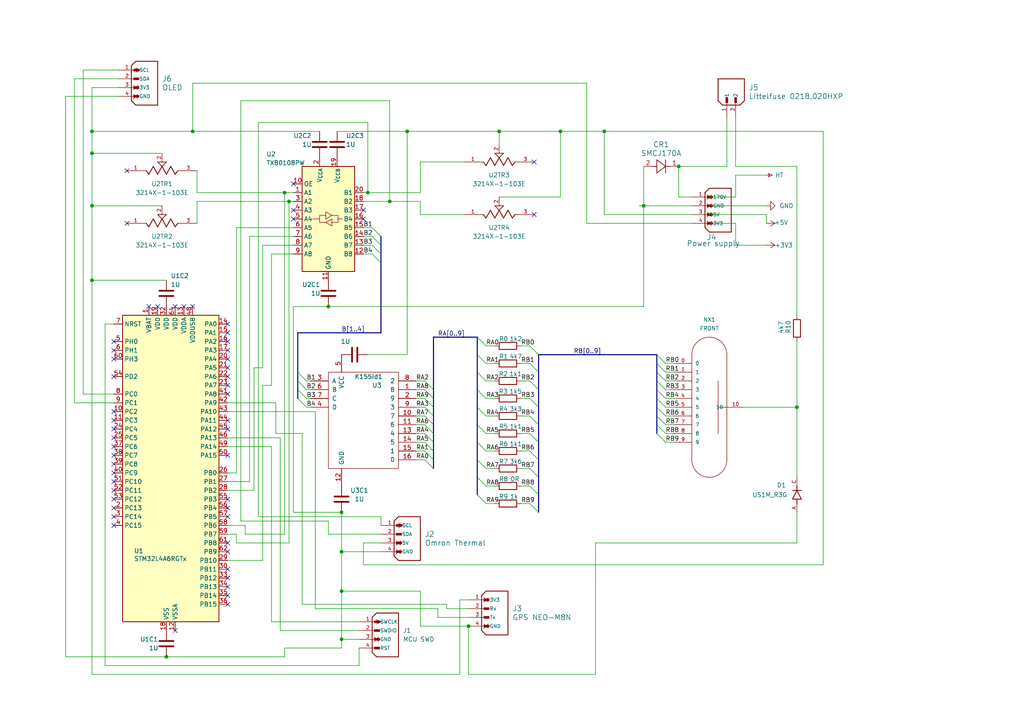
<source format=kicad_sch>
(kicad_sch (version 20250114) (generator "eeschema") (generator_version "9.0")
  (paper "A4")
  (lib_symbols
    (symbol "2024-09-16_13-42-23:SMCJ170A" (pin_names (offset 0.254))
      (property "Reference" "CR" (at 5.08 4.445 0))
      (property "Value" "SMCJ170A" (at 5.08 -3.81 0))
      (symbol "SMCJ170A_1_1"
        (pin unspecified line (at 0 0 0) (length 2.54) (name "") (number "2"))
        (pin unspecified line (at 10.16 0 180) (length 2.54) (name "") (number "1"))
      )
      (symbol "SMCJ170A_1_2"
        (pin unspecified line (at 0 10.16 270) (length 2.54) (name "") (number "1"))
        (pin unspecified line (at 0 0 90) (length 2.54) (name "") (number "2"))
      )
    )
    (symbol "3214X-1-103E:3214X-1-103E" (pin_names (offset 1.016))
      (property "Reference" "R" (at -5.08 8.89 0))
      (property "Value" "3214X-1-103E" (at -5.08 -3.81 0))
      (symbol "3214X-1-103E_0_0"
        (pin passive line (at -10.16 0 0) (length 5.08) (name "~") (number "1"))
        (pin passive line (at 0 5.08 270) (length 2.54) (name "~") (number "2"))
        (pin passive line (at 10.16 0 180) (length 5.08) (name "~") (number "3"))
      )
    )
    (symbol "B2B-XH-A:B2B-XH-A" (pin_names (offset 1.016))
      (property "Reference" "J5" (at 1.2701 -3.81 90))
      (property "Value" "Littelfuse 0218.020HXP" (at -1.2699 -3.81 90))
      (symbol "B2B-XH-A_0_0"
        (pin passive line (at -7.62 2.54 0) (length 5.08) (name "1") (number "1"))
        (pin passive line (at -7.62 0 0) (length 5.08) (name "2") (number "2"))
      )
    )
    (symbol "B4B-XH-A:B4B-XH-A" (pin_names (offset 1.016))
      (property "Reference" "J4" (at -3.302 -9.144 0))
      (property "Value" "Power supply" (at -9.144 -10.922 0))
      (symbol "B4B-XH-A_1_0"
        (pin power_in non_logic (at -7.62 2.54 0) (length 5.08) (name "170V") (number "1"))
        (pin power_in non_logic (at -7.62 0 0) (length 5.08) (name "GND") (number "2"))
        (pin power_in non_logic (at -7.62 -2.54 0) (length 5.08) (name "5V") (number "3"))
        (pin power_in non_logic (at -7.62 -5.08 0) (length 5.08) (name "3V3") (number "4"))
      )
    )
    (symbol "B4B-XH-A_1" (pin_names (offset 1.016))
      (property "Reference" "J3" (at 5.08 0.0001 0))
      (property "Value" "GPS NEO-M8N" (at 5.08 -2.5399 0))
      (symbol "B4B-XH-A_1_1_0"
        (pin power_out non_logic (at -7.62 2.54 0) (length 5.08) (name "3V3") (number "1"))
        (pin input line (at -7.62 0 0) (length 5.08) (name "Rx") (number "2"))
        (pin output line (at -7.62 -2.54 0) (length 5.08) (name "Tx") (number "3"))
        (pin power_out non_logic (at -7.62 -5.08 0) (length 5.08) (name "GND") (number "4"))
      )
    )
    (symbol "B4B-XH-A_2" (pin_names (offset 1.016))
      (property "Reference" "J2" (at 5.08 0.0001 0))
      (property "Value" "Omron Thermal" (at 5.08 -2.5399 0))
      (symbol "B4B-XH-A_2_1_0"
        (pin output clock (at -7.62 2.54 0) (length 5.08) (name "SCL") (number "1"))
        (pin bidirectional line (at -7.62 0 0) (length 5.08) (name "SDA") (number "2"))
        (pin power_out non_logic (at -7.62 -2.54 0) (length 5.08) (name "5V") (number "3"))
        (pin power_out non_logic (at -7.62 -5.08 0) (length 5.08) (name "GND") (number "4"))
      )
    )
    (symbol "B4B-XH-A_3" (pin_names (offset 1.016))
      (property "Reference" "J1" (at 5.08 0.0001 0))
      (property "Value" "MCU SWD" (at 5.08 -2.5399 0))
      (symbol "B4B-XH-A_3_1_0"
        (pin output clock (at -7.62 2.54 0) (length 5.08) (name "SWCLK") (number "1"))
        (pin bidirectional line (at -7.62 0 0) (length 5.08) (name "SWDIO") (number "2"))
        (pin power_out non_logic (at -7.62 -2.54 0) (length 5.08) (name "GND") (number "3"))
        (pin input line (at -7.62 -5.08 0) (length 5.08) (name "RST") (number "4"))
      )
    )
    (symbol "B4B-XH-A_4" (pin_names (offset 1.016))
      (property "Reference" "J6" (at 5.08 0.0001 0))
      (property "Value" "OLED" (at 5.08 -2.5399 0))
      (symbol "B4B-XH-A_4_1_0"
        (pin output clock (at -7.62 2.54 0) (length 5.08) (name "SCL") (number "1"))
        (pin bidirectional line (at -7.62 0 0) (length 5.08) (name "SDA") (number "2"))
        (pin power_out non_logic (at -7.62 -2.54 0) (length 5.08) (name "3V3") (number "3"))
        (pin power_out non_logic (at -7.62 -5.08 0) (length 5.08) (name "GND") (number "4"))
      )
    )
    (symbol "CustomComponents:K155NA1" (pin_names (offset 1.016))
      (property "Reference" "U" (at 3.81 15.24 0))
      (property "Value" "K155NA1" (at 0 -15.24 0))
      (symbol "K155NA1_1_1"
        (pin input line (at -15.24 11.43 0) (length 5.08) (name "A") (number "3"))
        (pin input line (at -15.24 8.89 0) (length 5.08) (name "B") (number "6"))
        (pin input line (at -15.24 6.35 0) (length 5.08) (name "C") (number "7"))
        (pin input line (at -15.24 3.81 0) (length 5.08) (name "D") (number "4"))
        (pin power_in line (at -6.35 19.05 270) (length 5.08) (name "VCC") (number "5"))
        (pin power_in line (at -6.35 -19.05 90) (length 5.08) (name "GND") (number "12"))
        (pin output line (at 15.24 11.43 180) (length 5.08) (name "2") (number "8"))
        (pin output line (at 15.24 8.89 180) (length 5.08) (name "8") (number "1"))
        (pin output line (at 15.24 6.35 180) (length 5.08) (name "9") (number "2"))
        (pin output line (at 15.24 3.81 180) (length 5.08) (name "3") (number "9"))
        (pin output line (at 15.24 1.27 180) (length 5.08) (name "7") (number "10"))
        (pin output line (at 15.24 -1.27 180) (length 5.08) (name "6") (number "11"))
        (pin output line (at 15.24 -3.81 180) (length 5.08) (name "4") (number "13"))
        (pin output line (at 15.24 -6.35 180) (length 5.08) (name "5") (number "14"))
        (pin output line (at 15.24 -8.89 180) (length 5.08) (name "1") (number "15"))
        (pin output line (at 15.24 -11.43 180) (length 5.08) (name "0") (number "16"))
      )
    )
    (symbol "Device:C" (pin_numbers (hide yes)) (pin_names (offset 0.254))
      (property "Reference" "C" (at 0.635 2.54 0))
      (property "Value" "C" (at 0.635 -2.54 0))
      (symbol "C_1_1"
        (pin passive line (at 0 3.81 270) (length 2.794) (name "~") (number "1"))
        (pin passive line (at 0 -3.81 90) (length 2.794) (name "~") (number "2"))
      )
    )
    (symbol "Device:R" (pin_numbers (hide yes)) (pin_names (offset 0))
      (property "Reference" "R" (at 2.032 0 90))
      (property "Value" "R" (at 0 0 90))
      (symbol "R_1_1"
        (pin passive line (at 0 3.81 270) (length 1.27) (name "~") (number "1"))
        (pin passive line (at 0 -3.81 90) (length 1.27) (name "~") (number "2"))
      )
    )
    (symbol "Logic_LevelTranslator:TXB0108PW"
      (property "Reference" "U" (at -6.35 16.51 0))
      (property "Value" "TXB0108PW" (at 3.81 16.51 0))
      (symbol "TXB0108PW_1_1"
        (pin input line (at -10.16 10.16 0) (length 2.54) (name "OE") (number "10"))
        (pin bidirectional line (at -10.16 7.62 0) (length 2.54) (name "A1") (number "1"))
        (pin bidirectional line (at -10.16 5.08 0) (length 2.54) (name "A2") (number "3"))
        (pin bidirectional line (at -10.16 2.54 0) (length 2.54) (name "A3") (number "4"))
        (pin bidirectional line (at -10.16 0 0) (length 2.54) (name "A4") (number "5"))
        (pin bidirectional line (at -10.16 -2.54 0) (length 2.54) (name "A5") (number "6"))
        (pin bidirectional line (at -10.16 -5.08 0) (length 2.54) (name "A6") (number "7"))
        (pin bidirectional line (at -10.16 -7.62 0) (length 2.54) (name "A7") (number "8"))
        (pin bidirectional line (at -10.16 -10.16 0) (length 2.54) (name "A8") (number "9"))
        (pin power_in line (at -2.54 17.78 270) (length 2.54) (name "V_{CCA}") (number "2"))
        (pin power_in line (at 0 -17.78 90) (length 2.54) (name "GND") (number "11"))
        (pin power_in line (at 2.54 17.78 270) (length 2.54) (name "V_{CCB}") (number "19"))
        (pin bidirectional line (at 10.16 7.62 180) (length 2.54) (name "B1") (number "20"))
        (pin bidirectional line (at 10.16 5.08 180) (length 2.54) (name "B2") (number "18"))
        (pin bidirectional line (at 10.16 2.54 180) (length 2.54) (name "B3") (number "17"))
        (pin bidirectional line (at 10.16 0 180) (length 2.54) (name "B4") (number "16"))
        (pin bidirectional line (at 10.16 -2.54 180) (length 2.54) (name "B5") (number "15"))
        (pin bidirectional line (at 10.16 -5.08 180) (length 2.54) (name "B6") (number "14"))
        (pin bidirectional line (at 10.16 -7.62 180) (length 2.54) (name "B7") (number "13"))
        (pin bidirectional line (at 10.16 -10.16 180) (length 2.54) (name "B8") (number "12"))
      )
    )
    (symbol "MCU_ST_STM32L4:STM32L4A6RGTx"
      (property "Reference" "U" (at -12.7 46.99 0))
      (property "Value" "STM32L4A6RGTx" (at 10.16 46.99 0))
      (symbol "STM32L4A6RGTx_1_1"
        (pin input line (at -15.24 43.18 0) (length 2.54) (name "NRST") (number "7"))
        (pin bidirectional line (at -15.24 38.1 0) (length 2.54) (name "PH0") (number "5"))
        (pin bidirectional line (at -15.24 35.56 0) (length 2.54) (name "PH1") (number "6"))
        (pin bidirectional line (at -15.24 33.02 0) (length 2.54) (name "PH3") (number "60"))
        (pin bidirectional line (at -15.24 27.94 0) (length 2.54) (name "PD2") (number "54"))
        (pin bidirectional line (at -15.24 22.86 0) (length 2.54) (name "PC0") (number "8"))
        (pin bidirectional line (at -15.24 20.32 0) (length 2.54) (name "PC1") (number "9"))
        (pin bidirectional line (at -15.24 17.78 0) (length 2.54) (name "PC2") (number "10"))
        (pin bidirectional line (at -15.24 15.24 0) (length 2.54) (name "PC3") (number "11"))
        (pin bidirectional line (at -15.24 12.7 0) (length 2.54) (name "PC4") (number "24"))
        (pin bidirectional line (at -15.24 10.16 0) (length 2.54) (name "PC5") (number "25"))
        (pin bidirectional line (at -15.24 7.62 0) (length 2.54) (name "PC6") (number "37"))
        (pin bidirectional line (at -15.24 5.08 0) (length 2.54) (name "PC7") (number "38"))
        (pin bidirectional line (at -15.24 2.54 0) (length 2.54) (name "PC8") (number "39"))
        (pin bidirectional line (at -15.24 0 0) (length 2.54) (name "PC9") (number "40"))
        (pin bidirectional line (at -15.24 -2.54 0) (length 2.54) (name "PC10") (number "51"))
        (pin bidirectional line (at -15.24 -5.08 0) (length 2.54) (name "PC11") (number "52"))
        (pin bidirectional line (at -15.24 -7.62 0) (length 2.54) (name "PC12") (number "53"))
        (pin bidirectional line (at -15.24 -10.16 0) (length 2.54) (name "PC13") (number "2"))
        (pin bidirectional line (at -15.24 -12.7 0) (length 2.54) (name "PC14") (number "3"))
        (pin bidirectional line (at -15.24 -15.24 0) (length 2.54) (name "PC15") (number "4"))
        (pin power_in line (at -5.08 48.26 270) (length 2.54) (name "VBAT") (number "1"))
        (pin power_in line (at -2.54 48.26 270) (length 2.54) (name "VDD") (number "19"))
        (pin power_in line (at 0 48.26 270) (length 2.54) (name "VDD") (number "32"))
        (pin power_in line (at 0 -45.72 90) (length 2.54) (name "VSS") (number "18"))
        (pin passive line (at 0 -45.72 90) (length 2.54) (hide yes) (name "VSS") (number "31"))
        (pin passive line (at 0 -45.72 90) (length 2.54) (hide yes) (name "VSS") (number "47"))
        (pin passive line (at 0 -45.72 90) (length 2.54) (hide yes) (name "VSS") (number "63"))
        (pin power_in line (at 2.54 48.26 270) (length 2.54) (name "VDD") (number "64"))
        (pin power_in line (at 2.54 -45.72 90) (length 2.54) (name "VSSA") (number "12"))
        (pin power_in line (at 5.08 48.26 270) (length 2.54) (name "VDDA") (number "13"))
        (pin power_in line (at 7.62 48.26 270) (length 2.54) (name "VDDUSB") (number "48"))
        (pin bidirectional line (at 17.78 43.18 180) (length 2.54) (name "PA0") (number "14"))
        (pin bidirectional line (at 17.78 40.64 180) (length 2.54) (name "PA1") (number "15"))
        (pin bidirectional line (at 17.78 38.1 180) (length 2.54) (name "PA2") (number "16"))
        (pin bidirectional line (at 17.78 35.56 180) (length 2.54) (name "PA3") (number "17"))
        (pin bidirectional line (at 17.78 33.02 180) (length 2.54) (name "PA4") (number "20"))
        (pin bidirectional line (at 17.78 30.48 180) (length 2.54) (name "PA5") (number "21"))
        (pin bidirectional line (at 17.78 27.94 180) (length 2.54) (name "PA6") (number "22"))
        (pin bidirectional line (at 17.78 25.4 180) (length 2.54) (name "PA7") (number "23"))
        (pin bidirectional line (at 17.78 22.86 180) (length 2.54) (name "PA8") (number "41"))
        (pin bidirectional line (at 17.78 20.32 180) (length 2.54) (name "PA9") (number "42"))
        (pin bidirectional line (at 17.78 17.78 180) (length 2.54) (name "PA10") (number "43"))
        (pin bidirectional line (at 17.78 15.24 180) (length 2.54) (name "PA11") (number "44"))
        (pin bidirectional line (at 17.78 12.7 180) (length 2.54) (name "PA12") (number "45"))
        (pin bidirectional line (at 17.78 10.16 180) (length 2.54) (name "PA13") (number "46"))
        (pin bidirectional line (at 17.78 7.62 180) (length 2.54) (name "PA14") (number "49"))
        (pin bidirectional line (at 17.78 5.08 180) (length 2.54) (name "PA15") (number "50"))
        (pin bidirectional line (at 17.78 0 180) (length 2.54) (name "PB0") (number "26"))
        (pin bidirectional line (at 17.78 -2.54 180) (length 2.54) (name "PB1") (number "27"))
        (pin bidirectional line (at 17.78 -5.08 180) (length 2.54) (name "PB2") (number "28"))
        (pin bidirectional line (at 17.78 -7.62 180) (length 2.54) (name "PB3") (number "55"))
        (pin bidirectional line (at 17.78 -10.16 180) (length 2.54) (name "PB4") (number "56"))
        (pin bidirectional line (at 17.78 -12.7 180) (length 2.54) (name "PB5") (number "57"))
        (pin bidirectional line (at 17.78 -15.24 180) (length 2.54) (name "PB6") (number "58"))
        (pin bidirectional line (at 17.78 -17.78 180) (length 2.54) (name "PB7") (number "59"))
        (pin bidirectional line (at 17.78 -20.32 180) (length 2.54) (name "PB8") (number "61"))
        (pin bidirectional line (at 17.78 -22.86 180) (length 2.54) (name "PB9") (number "62"))
        (pin bidirectional line (at 17.78 -25.4 180) (length 2.54) (name "PB10") (number "29"))
        (pin bidirectional line (at 17.78 -27.94 180) (length 2.54) (name "PB11") (number "30"))
        (pin bidirectional line (at 17.78 -30.48 180) (length 2.54) (name "PB12") (number "33"))
        (pin bidirectional line (at 17.78 -33.02 180) (length 2.54) (name "PB13") (number "34"))
        (pin bidirectional line (at 17.78 -35.56 180) (length 2.54) (name "PB14") (number "35"))
        (pin bidirectional line (at 17.78 -38.1 180) (length 2.54) (name "PB15") (number "36"))
      )
    )
    (symbol "NIXIEBIG:RTS-5" (pin_names (offset 1.016))
      (property "Reference" "NX1" (at 0 27.94 0))
      (property "Value" "RTS-5" (at 0 25.4 0))
      (symbol "RTS-5_1_1"
        (pin passive line (at -10.16 15.24 0) (length 5.08) (name "0") (number "0"))
        (pin passive line (at -10.16 12.7 0) (length 5.08) (name "1") (number "1"))
        (pin passive line (at -10.16 10.16 0) (length 5.08) (name "2") (number "2"))
        (pin passive line (at -10.16 7.62 0) (length 5.08) (name "3") (number "3"))
        (pin passive line (at -10.16 5.08 0) (length 5.08) (name "4") (number "4"))
        (pin passive line (at -10.16 2.54 0) (length 5.08) (name "5") (number "5"))
        (pin passive line (at -10.16 0 0) (length 5.08) (name "6") (number "6"))
        (pin passive line (at -10.16 -2.54 0) (length 5.08) (name "7") (number "7"))
        (pin passive line (at -10.16 -5.08 0) (length 5.08) (name "8") (number "8"))
        (pin passive line (at -10.16 -7.62 0) (length 5.08) (name "9") (number "9"))
        (pin passive line (at 10.16 2.54 180) (length 5.08) (name "10") (number "10"))
      )
    )
    (symbol "US1M_R3G:US1M_R3G" (pin_names (offset 1.016))
      (property "Reference" "D" (at -5.08 2.54 0))
      (property "Value" "US1M_R3G" (at -5.08 -3.81 0))
      (symbol "US1M_R3G_0_0"
        (pin passive line (at -5.08 0 0) (length 2.54) (name "~") (number "A"))
        (pin passive line (at 5.08 0 180) (length 2.54) (name "~") (number "C"))
      )
    )
    (symbol "power:+3V3" (power) (pin_names (offset 0))
      (property "Value" "+3V3" (at 0 3.556 0))
      (symbol "+3V3_1_1"
        (pin power_in line (at 0 0 90) (length 0) (hide yes) (name "+3V3") (number "1"))
      )
    )
    (symbol "power:+5V" (power) (pin_names (offset 0))
      (property "Value" "+5V" (at 0 3.556 0))
      (symbol "+5V_1_1"
        (pin power_in line (at 0 0 90) (length 0) (hide yes) (name "+5V") (number "1"))
      )
    )
    (symbol "power:GND" (power) (pin_names (offset 0))
      (property "Value" "GND" (at 0 -3.81 0))
      (symbol "GND_1_1"
        (pin power_in line (at 0 0 270) (length 0) (hide yes) (name "GND") (number "1"))
      )
    )
    (symbol "power:HT" (power) (pin_numbers (hide yes)) (pin_names (offset 0) (hide yes))
      (property "Value" "HT" (at 0 3.048 0))
      (symbol "HT_0_0"
        (pin power_in line (at 0 0 90) (length 0) (name "~") (number "1"))
      )
    )
  )
  (junction (at 99.06 171.45))
  (junction (at 26.67 59.69))
  (junction (at 186.69 59.69))
  (junction (at 26.67 81.28))
  (junction (at 48.26 190.5))
  (junction (at 135.89 181.61))
  (junction (at 231.14 118.11))
  (junction (at 106.68 55.88))
  (junction (at 83.82 58.42))
  (junction (at 99.06 185.42))
  (junction (at 118.11 38.1))
  (junction (at 99.06 160.02))
  (junction (at 55.88 38.1))
  (junction (at 26.67 38.1))
  (junction (at 144.78 38.1))
  (junction (at 162.56 38.1))
  (junction (at 82.55 55.88))
  (junction (at 175.26 38.1))
  (junction (at 196.85 48.26))
  (junction (at 95.25 88.9))
  (junction (at 26.67 44.45))
  (junction (at 113.03 58.42))
  (junction (at 99.06 148.59))
  (no_connect (at 33.02 152.4))
  (no_connect (at 85.09 60.96))
  (no_connect (at 66.04 93.98))
  (no_connect (at 66.04 124.46))
  (no_connect (at 66.04 165.1))
  (no_connect (at 33.02 137.16))
  (no_connect (at 53.34 88.9))
  (no_connect (at 66.04 106.68))
  (no_connect (at 45.72 88.9))
  (no_connect (at 66.04 157.48))
  (no_connect (at 66.04 132.08))
  (no_connect (at 66.04 144.78))
  (no_connect (at 66.04 147.32))
  (no_connect (at 66.04 104.14))
  (no_connect (at 33.02 147.32))
  (no_connect (at 33.02 119.38))
  (no_connect (at 66.04 121.92))
  (no_connect (at 33.02 127))
  (no_connect (at 66.04 167.64))
  (no_connect (at 33.02 109.22))
  (no_connect (at 66.04 170.18))
  (no_connect (at 50.8 182.88))
  (no_connect (at 36.83 49.53))
  (no_connect (at 66.04 172.72))
  (no_connect (at 66.04 96.52))
  (no_connect (at 33.02 132.08))
  (no_connect (at 33.02 101.6))
  (no_connect (at 55.88 88.9))
  (no_connect (at 66.04 160.02))
  (no_connect (at 33.02 124.46))
  (no_connect (at 66.04 114.3))
  (no_connect (at 33.02 129.54))
  (no_connect (at 66.04 99.06))
  (no_connect (at 36.83 64.77))
  (no_connect (at 33.02 144.78))
  (no_connect (at 66.04 101.6))
  (no_connect (at 50.8 88.9))
  (no_connect (at 33.02 142.24))
  (no_connect (at 43.18 88.9))
  (no_connect (at 66.04 109.22))
  (no_connect (at 105.41 60.96))
  (no_connect (at 154.94 46.99))
  (no_connect (at 66.04 111.76))
  (no_connect (at 33.02 139.7))
  (no_connect (at 33.02 104.14))
  (no_connect (at 66.04 149.86))
  (no_connect (at 33.02 149.86))
  (no_connect (at 66.04 175.26))
  (no_connect (at 33.02 99.06))
  (no_connect (at 33.02 134.62))
  (no_connect (at 154.94 62.23))
  (no_connect (at 105.41 63.5))
  (no_connect (at 33.02 121.92))
  (no_connect (at 85.09 53.34))
  (no_connect (at 85.09 63.5))
  (bus_entry (at 138.43 113.03) (size 2.54 2.54))
  (bus_entry (at 153.67 140.97) (size 2.54 2.54))
  (bus_entry (at 153.67 115.57) (size 2.54 2.54))
  (bus_entry (at 123.19 118.11) (size 2.54 2.54))
  (bus_entry (at 153.67 120.65) (size 2.54 2.54))
  (bus_entry (at 123.19 115.57) (size 2.54 2.54))
  (bus_entry (at 86.36 107.95) (size 2.54 2.54))
  (bus_entry (at 86.36 115.57) (size 2.54 2.54))
  (bus_entry (at 190.5 118.11) (size 2.54 2.54))
  (bus_entry (at 190.5 102.87) (size 2.54 2.54))
  (bus_entry (at 190.5 113.03) (size 2.54 2.54))
  (bus_entry (at 86.36 110.49) (size 2.54 2.54))
  (bus_entry (at 190.5 123.19) (size 2.54 2.54))
  (bus_entry (at 123.19 130.81) (size 2.54 2.54))
  (bus_entry (at 190.5 110.49) (size 2.54 2.54))
  (bus_entry (at 138.43 97.79) (size 2.54 2.54))
  (bus_entry (at 138.43 133.35) (size 2.54 2.54))
  (bus_entry (at 107.95 68.58) (size 2.54 2.54))
  (bus_entry (at 190.5 115.57) (size 2.54 2.54))
  (bus_entry (at 138.43 143.51) (size 2.54 2.54))
  (bus_entry (at 138.43 102.87) (size 2.54 2.54))
  (bus_entry (at 153.67 146.05) (size 2.54 2.54))
  (bus_entry (at 138.43 128.27) (size 2.54 2.54))
  (bus_entry (at 123.19 110.49) (size 2.54 2.54))
  (bus_entry (at 153.67 135.89) (size 2.54 2.54))
  (bus_entry (at 123.19 128.27) (size 2.54 2.54))
  (bus_entry (at 123.19 123.19) (size 2.54 2.54))
  (bus_entry (at 153.67 100.33) (size 2.54 2.54))
  (bus_entry (at 123.19 133.35) (size 2.54 2.54))
  (bus_entry (at 138.43 123.19) (size 2.54 2.54))
  (bus_entry (at 153.67 125.73) (size 2.54 2.54))
  (bus_entry (at 107.95 73.66) (size 2.54 2.54))
  (bus_entry (at 138.43 107.95) (size 2.54 2.54))
  (bus_entry (at 123.19 120.65) (size 2.54 2.54))
  (bus_entry (at 138.43 118.11) (size 2.54 2.54))
  (bus_entry (at 153.67 110.49) (size 2.54 2.54))
  (bus_entry (at 190.5 120.65) (size 2.54 2.54))
  (bus_entry (at 153.67 105.41) (size 2.54 2.54))
  (bus_entry (at 153.67 130.81) (size 2.54 2.54))
  (bus_entry (at 123.19 125.73) (size 2.54 2.54))
  (bus_entry (at 190.5 125.73) (size 2.54 2.54))
  (bus_entry (at 190.5 105.41) (size 2.54 2.54))
  (bus_entry (at 86.36 113.03) (size 2.54 2.54))
  (bus_entry (at 107.95 66.04) (size 2.54 2.54))
  (bus_entry (at 107.95 71.12) (size 2.54 2.54))
  (bus_entry (at 190.5 107.95) (size 2.54 2.54))
  (bus_entry (at 123.19 113.03) (size 2.54 2.54))
  (bus_entry (at 138.43 138.43) (size 2.54 2.54))
  (wire (pts (xy 231.14 138.43) (xy 231.14 118.11)))
  (wire (pts (xy 120.65 123.19) (xy 123.19 123.19)))
  (wire (pts (xy 33.02 116.84) (xy 21.59 116.84)))
  (wire (pts (xy 196.85 48.26) (xy 210.82 48.26)))
  (wire (pts (xy 68.58 66.04) (xy 68.58 137.16)))
  (wire (pts (xy 91.44 176.53) (xy 127 176.53)))
  (wire (pts (xy 120.65 110.49) (xy 123.19 110.49)))
  (wire (pts (xy 120.65 118.11) (xy 123.19 118.11)))
  (wire (pts (xy 135.89 181.61) (xy 121.92 181.61)))
  (wire (pts (xy 231.14 148.59) (xy 231.14 157.48)))
  (wire (pts (xy 85.09 73.66) (xy 78.74 73.66)))
  (wire (pts (xy 76.2 111.76) (xy 76.2 162.56)))
  (bus (pts (xy 86.36 107.95) (xy 86.36 110.49)))
  (wire (pts (xy 135.89 195.58) (xy 135.89 181.61)))
  (bus (pts (xy 190.5 118.11) (xy 190.5 120.65)))
  (wire (pts (xy 186.69 59.69) (xy 200.66 59.69)))
  (wire (pts (xy 71.12 152.4) (xy 66.04 152.4)))
  (wire (pts (xy 95.25 88.9) (xy 186.69 88.9)))
  (wire (pts (xy 105.41 58.42) (xy 113.03 58.42)))
  (wire (pts (xy 99.06 160.02) (xy 99.06 171.45)))
  (bus (pts (xy 110.49 68.58) (xy 110.49 71.12)))
  (wire (pts (xy 151.13 115.57) (xy 153.67 115.57)))
  (wire (pts (xy 144.78 38.1) (xy 162.56 38.1)))
  (wire (pts (xy 175.26 62.23) (xy 175.26 38.1)))
  (wire (pts (xy 151.13 135.89) (xy 153.67 135.89)))
  (wire (pts (xy 140.97 110.49) (xy 143.51 110.49)))
  (wire (pts (xy 140.97 130.81) (xy 143.51 130.81)))
  (wire (pts (xy 113.03 58.42) (xy 113.03 29.21)))
  (wire (pts (xy 78.74 73.66) (xy 78.74 111.76)))
  (wire (pts (xy 68.58 137.16) (xy 66.04 137.16)))
  (wire (pts (xy 186.69 59.69) (xy 186.69 88.9)))
  (wire (pts (xy 118.11 38.1) (xy 118.11 102.87)))
  (wire (pts (xy 193.04 110.49) (xy 195.58 110.49)))
  (wire (pts (xy 213.36 71.12) (xy 213.36 64.77)))
  (wire (pts (xy 213.36 48.26) (xy 231.14 48.26)))
  (wire (pts (xy 91.44 119.38) (xy 91.44 176.53)))
  (wire (pts (xy 104.14 193.04) (xy 30.48 193.04)))
  (wire (pts (xy 26.67 44.45) (xy 46.99 44.45)))
  (wire (pts (xy 105.41 55.88) (xy 106.68 55.88)))
  (wire (pts (xy 19.05 27.94) (xy 34.29 27.94)))
  (bus (pts (xy 138.43 138.43) (xy 138.43 143.51)))
  (wire (pts (xy 55.88 38.1) (xy 92.71 38.1)))
  (wire (pts (xy 151.13 110.49) (xy 153.67 110.49)))
  (wire (pts (xy 105.41 163.83) (xy 238.76 163.83)))
  (wire (pts (xy 151.13 100.33) (xy 153.67 100.33)))
  (wire (pts (xy 85.09 68.58) (xy 72.39 68.58)))
  (bus (pts (xy 110.49 73.66) (xy 110.49 76.2)))
  (bus (pts (xy 125.73 113.03) (xy 125.73 115.57)))
  (bus (pts (xy 125.73 130.81) (xy 125.73 133.35)))
  (wire (pts (xy 78.74 111.76) (xy 76.2 111.76)))
  (bus (pts (xy 156.21 128.27) (xy 156.21 123.19)))
  (wire (pts (xy 66.04 129.54) (xy 78.74 129.54)))
  (wire (pts (xy 72.39 68.58) (xy 72.39 139.7)))
  (wire (pts (xy 193.04 113.03) (xy 195.58 113.03)))
  (wire (pts (xy 113.03 58.42) (xy 121.92 58.42)))
  (wire (pts (xy 105.41 73.66) (xy 107.95 73.66)))
  (bus (pts (xy 190.5 105.41) (xy 190.5 107.95)))
  (wire (pts (xy 69.85 29.21) (xy 69.85 151.13)))
  (wire (pts (xy 71.12 154.94) (xy 71.12 152.4)))
  (wire (pts (xy 72.39 139.7) (xy 66.04 139.7)))
  (wire (pts (xy 140.97 115.57) (xy 143.51 115.57)))
  (wire (pts (xy 82.55 190.5) (xy 82.55 187.96)))
  (bus (pts (xy 86.36 96.52) (xy 110.49 96.52)))
  (wire (pts (xy 34.29 25.4) (xy 26.67 25.4)))
  (wire (pts (xy 105.41 157.48) (xy 105.41 163.83)))
  (bus (pts (xy 86.36 113.03) (xy 86.36 115.57)))
  (wire (pts (xy 106.68 35.56) (xy 74.93 35.56)))
  (wire (pts (xy 200.66 57.15) (xy 196.85 57.15)))
  (wire (pts (xy 193.04 125.73) (xy 195.58 125.73)))
  (wire (pts (xy 140.97 135.89) (xy 143.51 135.89)))
  (wire (pts (xy 57.15 58.42) (xy 57.15 64.77)))
  (wire (pts (xy 151.13 130.81) (xy 153.67 130.81)))
  (wire (pts (xy 193.04 105.41) (xy 195.58 105.41)))
  (bus (pts (xy 138.43 113.03) (xy 138.43 118.11)))
  (wire (pts (xy 26.67 44.45) (xy 26.67 59.69)))
  (wire (pts (xy 26.67 195.58) (xy 133.35 195.58)))
  (wire (pts (xy 95.25 88.9) (xy 85.09 88.9)))
  (bus (pts (xy 125.73 118.11) (xy 125.73 120.65)))
  (bus (pts (xy 125.73 97.79) (xy 138.43 97.79)))
  (bus (pts (xy 156.21 143.51) (xy 156.21 148.59)))
  (wire (pts (xy 172.72 157.48) (xy 172.72 195.58)))
  (bus (pts (xy 125.73 133.35) (xy 125.73 135.89)))
  (wire (pts (xy 76.2 71.12) (xy 76.2 106.68)))
  (wire (pts (xy 87.63 175.26) (xy 129.54 175.26)))
  (wire (pts (xy 21.59 22.86) (xy 34.29 22.86)))
  (wire (pts (xy 120.65 133.35) (xy 123.19 133.35)))
  (wire (pts (xy 113.03 29.21) (xy 69.85 29.21)))
  (wire (pts (xy 127 179.07) (xy 135.89 179.07)))
  (bus (pts (xy 190.5 107.95) (xy 190.5 110.49)))
  (wire (pts (xy 106.68 55.88) (xy 121.92 55.88)))
  (wire (pts (xy 121.92 181.61) (xy 121.92 171.45)))
  (wire (pts (xy 238.76 163.83) (xy 238.76 38.1)))
  (wire (pts (xy 170.18 64.77) (xy 200.66 64.77)))
  (wire (pts (xy 69.85 151.13) (xy 95.25 151.13)))
  (bus (pts (xy 190.5 115.57) (xy 190.5 118.11)))
  (bus (pts (xy 138.43 133.35) (xy 138.43 138.43)))
  (wire (pts (xy 200.66 62.23) (xy 175.26 62.23)))
  (wire (pts (xy 213.36 48.26) (xy 213.36 34.29)))
  (wire (pts (xy 120.65 115.57) (xy 123.19 115.57)))
  (wire (pts (xy 121.92 62.23) (xy 134.62 62.23)))
  (wire (pts (xy 57.15 58.42) (xy 83.82 58.42)))
  (wire (pts (xy 74.93 35.56) (xy 74.93 149.86)))
  (wire (pts (xy 104.14 187.96) (xy 104.14 193.04)))
  (wire (pts (xy 151.13 140.97) (xy 153.67 140.97)))
  (wire (pts (xy 82.55 55.88) (xy 85.09 55.88)))
  (wire (pts (xy 57.15 55.88) (xy 82.55 55.88)))
  (wire (pts (xy 88.9 113.03) (xy 90.17 113.03)))
  (bus (pts (xy 156.21 113.03) (xy 156.21 107.95)))
  (wire (pts (xy 26.67 59.69) (xy 46.99 59.69)))
  (wire (pts (xy 133.35 173.99) (xy 133.35 195.58)))
  (wire (pts (xy 99.06 185.42) (xy 104.14 185.42)))
  (wire (pts (xy 82.55 154.94) (xy 71.12 154.94)))
  (wire (pts (xy 68.58 157.48) (xy 68.58 154.94)))
  (wire (pts (xy 140.97 120.65) (xy 143.51 120.65)))
  (wire (pts (xy 83.82 58.42) (xy 83.82 157.48)))
  (wire (pts (xy 99.06 148.59) (xy 99.06 160.02)))
  (wire (pts (xy 151.13 105.41) (xy 153.67 105.41)))
  (wire (pts (xy 193.04 115.57) (xy 195.58 115.57)))
  (bus (pts (xy 110.49 76.2) (xy 110.49 96.52)))
  (wire (pts (xy 19.05 190.5) (xy 48.26 190.5)))
  (wire (pts (xy 213.36 50.8) (xy 222.25 50.8)))
  (bus (pts (xy 190.5 120.65) (xy 190.5 123.19)))
  (wire (pts (xy 66.04 116.84) (xy 80.01 116.84)))
  (wire (pts (xy 213.36 50.8) (xy 213.36 57.15)))
  (wire (pts (xy 85.09 66.04) (xy 68.58 66.04)))
  (wire (pts (xy 73.66 106.68) (xy 73.66 142.24)))
  (wire (pts (xy 99.06 185.42) (xy 99.06 187.96)))
  (wire (pts (xy 66.04 162.56) (xy 76.2 162.56)))
  (wire (pts (xy 48.26 81.28) (xy 26.67 81.28)))
  (wire (pts (xy 193.04 123.19) (xy 195.58 123.19)))
  (wire (pts (xy 193.04 118.11) (xy 195.58 118.11)))
  (wire (pts (xy 26.67 38.1) (xy 55.88 38.1)))
  (bus (pts (xy 156.21 107.95) (xy 156.21 102.87)))
  (wire (pts (xy 85.09 71.12) (xy 76.2 71.12)))
  (wire (pts (xy 83.82 157.48) (xy 68.58 157.48)))
  (wire (pts (xy 231.14 157.48) (xy 172.72 157.48)))
  (bus (pts (xy 156.21 102.87) (xy 190.5 102.87)))
  (wire (pts (xy 196.85 57.15) (xy 196.85 48.26)))
  (wire (pts (xy 80.01 125.73) (xy 87.63 125.73)))
  (wire (pts (xy 87.63 125.73) (xy 87.63 175.26)))
  (wire (pts (xy 129.54 176.53) (xy 135.89 176.53)))
  (wire (pts (xy 140.97 140.97) (xy 143.51 140.97)))
  (wire (pts (xy 68.58 154.94) (xy 66.04 154.94)))
  (wire (pts (xy 88.9 110.49) (xy 90.17 110.49)))
  (bus (pts (xy 86.36 96.52) (xy 86.36 107.95)))
  (wire (pts (xy 120.65 125.73) (xy 123.19 125.73)))
  (wire (pts (xy 162.56 38.1) (xy 175.26 38.1)))
  (wire (pts (xy 120.65 128.27) (xy 123.19 128.27)))
  (bus (pts (xy 125.73 128.27) (xy 125.73 130.81)))
  (bus (pts (xy 86.36 110.49) (xy 86.36 113.03)))
  (wire (pts (xy 121.92 46.99) (xy 134.62 46.99)))
  (bus (pts (xy 156.21 138.43) (xy 156.21 133.35)))
  (wire (pts (xy 21.59 116.84) (xy 21.59 22.86)))
  (wire (pts (xy 121.92 58.42) (xy 121.92 62.23)))
  (wire (pts (xy 185.42 59.69) (xy 186.69 59.69)))
  (wire (pts (xy 172.72 195.58) (xy 135.89 195.58)))
  (bus (pts (xy 190.5 110.49) (xy 190.5 113.03)))
  (bus (pts (xy 138.43 102.87) (xy 138.43 107.95)))
  (wire (pts (xy 76.2 106.68) (xy 73.66 106.68)))
  (bus (pts (xy 110.49 71.12) (xy 110.49 73.66)))
  (wire (pts (xy 97.79 38.1) (xy 118.11 38.1)))
  (wire (pts (xy 85.09 148.59) (xy 99.06 148.59)))
  (wire (pts (xy 162.56 57.15) (xy 162.56 38.1)))
  (wire (pts (xy 95.25 154.94) (xy 110.49 154.94)))
  (wire (pts (xy 151.13 125.73) (xy 153.67 125.73)))
  (wire (pts (xy 140.97 125.73) (xy 143.51 125.73)))
  (wire (pts (xy 213.36 64.77) (xy 205.74 64.77)))
  (wire (pts (xy 106.68 55.88) (xy 106.68 35.56)))
  (wire (pts (xy 48.26 190.5) (xy 82.55 190.5)))
  (wire (pts (xy 151.13 120.65) (xy 153.67 120.65)))
  (wire (pts (xy 57.15 55.88) (xy 57.15 49.53)))
  (wire (pts (xy 85.09 88.9) (xy 85.09 148.59)))
  (wire (pts (xy 55.88 24.13) (xy 55.88 38.1)))
  (wire (pts (xy 110.49 157.48) (xy 105.41 157.48)))
  (wire (pts (xy 26.67 38.1) (xy 26.67 44.45)))
  (wire (pts (xy 213.36 57.15) (xy 205.74 57.15)))
  (bus (pts (xy 156.21 123.19) (xy 156.21 118.11)))
  (wire (pts (xy 81.28 127) (xy 81.28 182.88)))
  (wire (pts (xy 193.04 128.27) (xy 195.58 128.27)))
  (wire (pts (xy 118.11 38.1) (xy 144.78 38.1)))
  (wire (pts (xy 105.41 68.58) (xy 107.95 68.58)))
  (wire (pts (xy 205.74 59.69) (xy 222.25 59.69)))
  (wire (pts (xy 205.74 62.23) (xy 222.25 62.23)))
  (wire (pts (xy 231.14 118.11) (xy 215.9 118.11)))
  (wire (pts (xy 121.92 171.45) (xy 99.06 171.45)))
  (wire (pts (xy 170.18 64.77) (xy 170.18 24.13)))
  (bus (pts (xy 138.43 123.19) (xy 138.43 128.27)))
  (bus (pts (xy 125.73 120.65) (xy 125.73 123.19)))
  (wire (pts (xy 144.78 57.15) (xy 162.56 57.15)))
  (bus (pts (xy 156.21 133.35) (xy 156.21 128.27)))
  (wire (pts (xy 26.67 59.69) (xy 26.67 81.28)))
  (wire (pts (xy 26.67 81.28) (xy 26.67 195.58)))
  (wire (pts (xy 175.26 38.1) (xy 238.76 38.1)))
  (bus (pts (xy 125.73 123.19) (xy 125.73 125.73)))
  (wire (pts (xy 19.05 27.94) (xy 19.05 190.5)))
  (bus (pts (xy 125.73 115.57) (xy 125.73 118.11)))
  (bus (pts (xy 138.43 97.79) (xy 138.43 102.87)))
  (wire (pts (xy 193.04 120.65) (xy 195.58 120.65)))
  (wire (pts (xy 30.48 93.98) (xy 33.02 93.98)))
  (bus (pts (xy 190.5 123.19) (xy 190.5 125.73)))
  (wire (pts (xy 110.49 149.86) (xy 110.49 152.4)))
  (wire (pts (xy 66.04 127) (xy 81.28 127)))
  (wire (pts (xy 106.68 102.87) (xy 118.11 102.87)))
  (wire (pts (xy 222.25 62.23) (xy 222.25 64.77)))
  (wire (pts (xy 33.02 114.3) (xy 24.13 114.3)))
  (wire (pts (xy 74.93 149.86) (xy 110.49 149.86)))
  (bus (pts (xy 125.73 125.73) (xy 125.73 128.27)))
  (wire (pts (xy 231.14 99.06) (xy 231.14 118.11)))
  (bus (pts (xy 190.5 102.87) (xy 190.5 105.41)))
  (bus (pts (xy 138.43 118.11) (xy 138.43 123.19)))
  (bus (pts (xy 138.43 107.95) (xy 138.43 113.03)))
  (wire (pts (xy 121.92 55.88) (xy 121.92 46.99)))
  (bus (pts (xy 138.43 128.27) (xy 138.43 133.35)))
  (wire (pts (xy 140.97 146.05) (xy 143.51 146.05)))
  (wire (pts (xy 83.82 58.42) (xy 85.09 58.42)))
  (wire (pts (xy 99.06 171.45) (xy 99.06 185.42)))
  (wire (pts (xy 170.18 24.13) (xy 55.88 24.13)))
  (wire (pts (xy 81.28 182.88) (xy 104.14 182.88)))
  (bus (pts (xy 190.5 113.03) (xy 190.5 115.57)))
  (wire (pts (xy 133.35 173.99) (xy 135.89 173.99)))
  (wire (pts (xy 151.13 146.05) (xy 153.67 146.05)))
  (wire (pts (xy 66.04 119.38) (xy 91.44 119.38)))
  (wire (pts (xy 99.06 160.02) (xy 110.49 160.02)))
  (wire (pts (xy 140.97 105.41) (xy 143.51 105.41)))
  (wire (pts (xy 120.65 113.03) (xy 123.19 113.03)))
  (wire (pts (xy 73.66 142.24) (xy 66.04 142.24)))
  (wire (pts (xy 105.41 66.04) (xy 107.95 66.04)))
  (wire (pts (xy 140.97 100.33) (xy 143.51 100.33)))
  (wire (pts (xy 129.54 175.26) (xy 129.54 176.53)))
  (wire (pts (xy 231.14 48.26) (xy 231.14 91.44)))
  (wire (pts (xy 120.65 120.65) (xy 123.19 120.65)))
  (wire (pts (xy 88.9 118.11) (xy 90.17 118.11)))
  (wire (pts (xy 30.48 193.04) (xy 30.48 93.98)))
  (wire (pts (xy 105.41 71.12) (xy 107.95 71.12)))
  (wire (pts (xy 127 176.53) (xy 127 179.07)))
  (wire (pts (xy 144.78 38.1) (xy 144.78 41.91)))
  (wire (pts (xy 24.13 114.3) (xy 24.13 20.32)))
  (wire (pts (xy 24.13 20.32) (xy 34.29 20.32)))
  (wire (pts (xy 78.74 180.34) (xy 104.14 180.34)))
  (wire (pts (xy 186.69 48.26) (xy 186.69 59.69)))
  (wire (pts (xy 78.74 129.54) (xy 78.74 180.34)))
  (wire (pts (xy 80.01 116.84) (xy 80.01 125.73)))
  (bus (pts (xy 156.21 118.11) (xy 156.21 113.03)))
  (bus (pts (xy 156.21 143.51) (xy 156.21 138.43)))
  (wire (pts (xy 82.55 154.94) (xy 82.55 55.88)))
  (wire (pts (xy 95.25 151.13) (xy 95.25 154.94)))
  (wire (pts (xy 26.67 25.4) (xy 26.67 38.1)))
  (wire (pts (xy 82.55 187.96) (xy 99.06 187.96)))
  (wire (pts (xy 210.82 48.26) (xy 210.82 34.29)))
  (wire (pts (xy 120.65 130.81) (xy 123.19 130.81)))
  (bus (pts (xy 125.73 97.79) (xy 125.73 113.03)))
  (wire (pts (xy 193.04 107.95) (xy 195.58 107.95)))
  (wire (pts (xy 213.36 71.12) (xy 222.25 71.12)))
  (wire (pts (xy 88.9 115.57) (xy 90.17 115.57)))
  (label "RB6" (at 151.13 130.81 0))
  (label "B4" (at 88.9 118.11 0))
  (label "RB8" (at 151.13 140.97 0))
  (label "RB2" (at 193.04 110.49 0))
  (label "RA6" (at 140.97 130.81 0))
  (label "RB4" (at 151.13 120.65 0))
  (label "RA8" (at 140.97 140.97 0))
  (label "B3" (at 88.9 115.57 0))
  (label "RA1" (at 120.65 130.81 0))
  (label "RA7" (at 120.65 120.65 0))
  (label "RA2" (at 120.65 110.49 0))
  (label "RB9" (at 193.04 128.27 0))
  (label "RA3" (at 120.65 118.11 0))
  (label "RB6" (at 193.04 120.65 0))
  (label "RA0" (at 120.65 133.35 0))
  (label "RA4" (at 120.65 125.73 0))
  (label "RA3" (at 140.97 115.57 0))
  (label "RB3" (at 151.13 115.57 0))
  (label "B[1..4]" (at 99.06 96.52 0))
  (label "RB0" (at 193.04 105.41 0))
  (label "RB9" (at 151.13 146.05 0))
  (label "RB5" (at 151.13 125.73 0))
  (label "RB2" (at 151.13 110.49 0))
  (label "B2" (at 105.41 68.58 0))
  (label "B2" (at 88.9 113.03 0))
  (label "RB3" (at 193.04 113.03 0))
  (label "RB[0..9]" (at 166.37 102.87 0))
  (label "RB7" (at 193.04 123.19 0))
  (label "RB0" (at 151.13 100.33 0))
  (label "RA0" (at 140.97 100.33 0))
  (label "RA[0..9]" (at 127 97.79 0))
  (label "B3" (at 105.41 71.12 0))
  (label "RA9" (at 120.65 115.57 0))
  (label "RA8" (at 120.65 113.03 0))
  (label "RA2" (at 140.97 110.49 0))
  (label "RB1" (at 151.13 105.41 0))
  (label "RA9" (at 140.97 146.05 0))
  (label "B1" (at 105.41 66.04 0))
  (label "RB5" (at 193.04 118.11 0))
  (label "RB1" (at 193.04 107.95 0))
  (label "B1" (at 88.9 110.49 0))
  (label "RB4" (at 193.04 115.57 0))
  (label "RA4" (at 140.97 120.65 0))
  (label "B4" (at 105.41 73.66 0))
  (label "RA1" (at 140.97 105.41 0))
  (label "RB8" (at 193.04 125.73 0))
  (label "RA7" (at 140.97 135.89 0))
  (label "RA6" (at 120.65 123.19 0))
  (label "RB7" (at 151.13 135.89 0))
  (label "RA5" (at 120.65 128.27 0))
  (label "RA5" (at 140.97 125.73 0))
  (symbol (lib_id "Device:C") (at 48.26 85.09 0) (unit 1)
    (property "Reference" "U1C2" (at 49.53 80.01 0) (effects (justify left)))
    (property "Value" "1U" (at 49.53 82.55 0) (effects (justify left)))
    (property "Footprint" "Capacitor_SMD:C_0805_2012Metric" (effects (hide yes)))
  )
  (symbol (lib_id "power:HT") (at 222.25 50.8 270) (unit 1)
    (property "Reference" "#PWR01" (effects (hide yes)))
    (property "Value" "HT" (at 224.79 50.7999 90) (effects (justify left)))
    (property "Description" "Power symbol creates a global label with name \"HT\"" (effects (hide yes)))
  )
  (symbol (lib_name "B4B-XH-A_2") (lib_id "B4B-XH-A:B4B-XH-A") (at 118.11 154.94 0) (unit 1)
    (property "Reference" "J2" (at 123.19 154.9399 0) (effects (font (size 1.524 1.524)) (justify left)))
    (property "Value" "Omron Thermal" (at 123.19 157.4799 0) (effects (font (size 1.524 1.524)) (justify left)))
    (property "Footprint" "Connector_JST:JST_XH_B4B-XH-A_1x04_P2.50mm_Vertical" (effects (hide yes)))
    (property "Datasheet" "B4B-XH-AMLFSN" (effects (hide yes)))
    (property "PARTREV" "7/4/21" (effects (hide yes)))
    (property "STANDARD" "Manufacturer Recommendations" (effects (hide yes)))
    (property "MAXIMUM_PACKAGE_HEIGHT" "7.00 mm" (effects (hide yes)))
    (property "MANUFACTURER" "JST" (effects (hide yes)))
  )
  (symbol (lib_id "Device:C") (at 92.71 41.91 0) (unit 1)
    (property "Reference" "U2C2" (at 85.09 39.37 0) (effects (justify left)))
    (property "Value" "1U" (at 87.63 41.91 0) (effects (justify left)))
    (property "Footprint" "Capacitor_SMD:C_0805_2012Metric" (effects (hide yes)))
  )
  (symbol (lib_id "power:+3V3") (at 222.25 71.12 270) (unit 1)
    (property "Reference" "#PWR0101" (effects (hide yes)))
    (property "Value" "+3V3" (at 227.33 71.12 90))
  )
  (symbol (lib_id "3214X-1-103E:3214X-1-103E") (at 46.99 49.53 0) (unit 1)
    (property "Reference" "U2TR1" (at 46.99 53.34 0))
    (property "Value" "3214X-1-103E" (at 46.99 55.88 0))
    (property "Footprint" "Trimpots:TRIM_3214X-1-103E" (effects (hide yes)))
    (property "PARTREV" "08/19" (effects (hide yes)))
    (property "STANDARD" "Manufacturer Recommendations" (effects (hide yes)))
    (property "MAXIMUM_PACKAGE_HEIGHT" "5.55 mm" (effects (hide yes)))
    (property "MANUFACTURER" "Bourns" (effects (hide yes)))
  )
  (symbol (lib_id "Logic_LevelTranslator:TXB0108PW") (at 95.25 63.5 0) (unit 1)
    (property "Reference" "U2" (at 77.216 44.704 0) (effects (justify left)))
    (property "Value" "TXB0108PW" (at 77.216 47.244 0) (effects (justify left)))
    (property "Footprint" "Package_SO:TSSOP-20_4.4x6.5mm_P0.65mm" (effects (hide yes)))
    (property "Datasheet" "http://www.ti.com/lit/ds/symlink/txb0108.pdf" (effects (hide yes)))
    (property "Description" "8-Bit Bidirectional Voltage-Level Translator, Auto Direction Sensing and ±15-kV ESD Protection, 1.2 - 3.6V APort, 1.65 - 5.5V BPort, TSSOP-20" (effects (hide yes)))
  )
  (symbol (lib_id "3214X-1-103E:3214X-1-103E") (at 46.99 64.77 0) (unit 1)
    (property "Reference" "U2TR2" (at 46.99 68.58 0))
    (property "Value" "3214X-1-103E" (at 46.99 71.12 0))
    (property "Footprint" "Trimpots:TRIM_3214X-1-103E" (effects (hide yes)))
    (property "PARTREV" "08/19" (effects (hide yes)))
    (property "STANDARD" "Manufacturer Recommendations" (effects (hide yes)))
    (property "MAXIMUM_PACKAGE_HEIGHT" "5.55 mm" (effects (hide yes)))
    (property "MANUFACTURER" "Bourns" (effects (hide yes)))
  )
  (symbol (lib_id "Device:R") (at 147.32 105.41 270) (unit 1)
    (property "Reference" "R1" (at 146.05 103.378 90))
    (property "Value" "4k7" (at 149.606 103.378 90))
    (property "Footprint" "Resistor_SMD:R_1206_3216Metric" (effects (hide yes)))
  )
  (symbol (lib_id "2024-09-16_13-42-23:SMCJ170A") (at 186.69 48.26 0) (unit 1)
    (property "Reference" "CR1" (at 191.77 41.91 0) (effects (font (size 1.524 1.524))))
    (property "Value" "SMCJ170A" (at 191.77 44.45 0) (effects (font (size 1.524 1.524))))
    (property "Footprint" "DIODE_DO-214AC" (effects (hide yes)))
    (property "Datasheet" "SMCJ170A" (effects (hide yes)))
  )
  (symbol (lib_id "Device:R") (at 147.32 120.65 90) (unit 1)
    (property "Reference" "R4" (at 146.05 118.618 90))
    (property "Value" "3k3" (at 149.606 118.618 90))
    (property "Footprint" "Resistor_SMD:R_1206_3216Metric" (effects (hide yes)))
  )
  (symbol (lib_id "Device:R") (at 147.32 125.73 90) (unit 1)
    (property "Reference" "R5" (at 146.05 123.698 90))
    (property "Value" "1k1" (at 149.606 123.698 90))
    (property "Footprint" "Resistor_SMD:R_1206_3216Metric" (effects (hide yes)))
  )
  (symbol (lib_id "Device:R") (at 147.32 110.49 90) (unit 1)
    (property "Reference" "R2" (at 147.32 108.458 90) (effects (justify left)))
    (property "Value" "1k1" (at 151.384 108.458 90) (effects (justify left)))
    (property "Footprint" "Resistor_SMD:R_1206_3216Metric" (effects (hide yes)))
  )
  (symbol (lib_id "Device:R") (at 231.14 95.25 0) (unit 1)
    (property "Reference" "R10" (at 228.6 96.774 90) (effects (justify left)))
    (property "Value" "4k7" (at 226.568 96.774 90) (effects (justify left)))
    (property "Footprint" "Resistor_SMD:R_2512_6332Metric" (effects (hide yes)))
  )
  (symbol (lib_id "B4B-XH-A:B4B-XH-A") (at 208.28 59.69 0) (unit 1)
    (property "Reference" "J4" (at 204.978 68.834 0) (effects (font (size 1.524 1.524)) (justify left)))
    (property "Value" "Power supply" (at 199.136 70.612 0) (effects (font (size 1.524 1.524)) (justify left)))
    (property "Footprint" "Connector_JST:JST_XH_B4B-XH-A_1x04_P2.50mm_Vertical" (effects (hide yes)))
    (property "PARTREV" "7/4/21" (effects (hide yes)))
    (property "STANDARD" "Manufacturer Recommendations" (effects (hide yes)))
    (property "MAXIMUM_PACKAGE_HEIGHT" "7.00 mm" (effects (hide yes)))
    (property "MANUFACTURER" "JST" (effects (hide yes)))
  )
  (symbol (lib_id "Device:C") (at 102.87 102.87 90) (unit 1)
    (property "Reference" "U3C2" (effects (hide yes)))
    (property "Value" "1U" (at 101.6 99.06 90) (effects (justify left)))
    (property "Footprint" "Capacitor_SMD:C_0805_2012Metric" (effects (hide yes)))
  )
  (symbol (lib_id "Device:C") (at 99.06 144.78 0) (unit 1)
    (property "Reference" "U3C1" (at 101.6 142.24 0) (effects (justify left)))
    (property "Value" "1U" (at 102.87 144.78 0) (effects (justify left)))
    (property "Footprint" "Capacitor_SMD:C_0805_2012Metric" (effects (hide yes)))
  )
  (symbol (lib_id "3214X-1-103E:3214X-1-103E") (at 144.78 62.23 0) (unit 1)
    (property "Reference" "U2TR4" (at 144.78 66.04 0))
    (property "Value" "3214X-1-103E" (at 144.78 68.58 0))
    (property "Footprint" "Trimpots:TRIM_3214X-1-103E" (effects (hide yes)))
    (property "PARTREV" "08/19" (effects (hide yes)))
    (property "STANDARD" "Manufacturer Recommendations" (effects (hide yes)))
    (property "MAXIMUM_PACKAGE_HEIGHT" "5.55 mm" (effects (hide yes)))
    (property "MANUFACTURER" "Bourns" (effects (hide yes)))
  )
  (symbol (lib_id "Device:R") (at 147.32 100.33 90) (unit 1)
    (property "Reference" "R0" (at 146.05 98.298 90))
    (property "Value" "1k2" (at 149.606 98.298 90))
    (property "Footprint" "Resistor_SMD:R_1206_3216Metric" (effects (hide yes)))
  )
  (symbol (lib_id "Device:R") (at 147.32 140.97 270) (mirror x) (unit 1)
    (property "Reference" "R8" (at 146.05 138.938 90))
    (property "Value" "0R" (at 149.352 138.938 90))
    (property "Footprint" "Resistor_SMD:R_1206_3216Metric" (effects (hide yes)))
  )
  (symbol (lib_id "Device:C") (at 48.26 186.69 0) (unit 1)
    (property "Reference" "U1C1" (at 40.64 185.42 0) (effects (justify left)))
    (property "Value" "1U" (at 43.18 187.96 0) (effects (justify left)))
    (property "Footprint" "Capacitor_SMD:C_0805_2012Metric" (effects (hide yes)))
  )
  (symbol (lib_id "Device:C") (at 95.25 85.09 0) (unit 1)
    (property "Reference" "U2C1" (at 87.63 82.55 0) (effects (justify left)))
    (property "Value" "1U" (at 90.17 85.09 0) (effects (justify left)))
    (property "Footprint" "Capacitor_SMD:C_0805_2012Metric" (effects (hide yes)))
  )
  (symbol (lib_id "MCU_ST_STM32L4:STM32L4A6RGTx") (at 48.26 137.16 0) (unit 1)
    (property "Reference" "U1" (at 38.862 159.766 0) (effects (justify left)))
    (property "Value" "STM32L4A6RGTx" (at 38.862 162.052 0) (effects (justify left)))
    (property "Footprint" "Package_QFP:LQFP-64_10x10mm_P0.5mm" (effects (hide yes)))
    (property "Datasheet" "https://www.st.com/resource/en/datasheet/stm32l4a6rg.pdf" (effects (hide yes)))
    (property "Description" "STMicroelectronics Arm Cortex-M4 MCU, 1024KB flash, 320KB RAM, 80 MHz, 1.71-3.6V, 52 GPIO, LQFP64" (effects (hide yes)))
  )
  (symbol (lib_id "3214X-1-103E:3214X-1-103E") (at 144.78 46.99 0) (unit 1)
    (property "Reference" "U2TR3" (at 144.78 50.8 0))
    (property "Value" "3214X-1-103E" (at 144.78 53.34 0))
    (property "Footprint" "Trimpots:TRIM_3214X-1-103E" (effects (hide yes)))
    (property "PARTREV" "08/19" (effects (hide yes)))
    (property "STANDARD" "Manufacturer Recommendations" (effects (hide yes)))
    (property "MAXIMUM_PACKAGE_HEIGHT" "5.55 mm" (effects (hide yes)))
    (property "MANUFACTURER" "Bourns" (effects (hide yes)))
  )
  (symbol (lib_id "NIXIEBIG:RTS-5") (at 205.74 120.65 0) (unit 1)
    (property "Reference" "NX1" (at 205.74 92.71 0) (effects (font (size 1.143 1.143))))
    (property "Value" "FRONT" (at 205.74 95.25 0) (effects (font (size 1.143 1.143))))
    (property "Footprint" "Nixie:nixie_socket_manual" (effects (hide yes)))
  )
  (symbol (lib_id "Device:R") (at 147.32 135.89 90) (unit 1)
    (property "Reference" "R7" (at 146.05 133.858 90))
    (property "Value" "3k6" (at 149.606 133.858 90))
    (property "Footprint" "Resistor_SMD:R_1206_3216Metric" (effects (hide yes)))
  )
  (symbol (lib_id "power:GND") (at 222.25 59.69 90) (unit 1)
    (property "Reference" "#PWR0102" (effects (hide yes)))
    (property "Value" "GND" (at 226.06 59.6899 90) (effects (justify right)))
  )
  (symbol (lib_id "US1M_R3G:US1M_R3G") (at 231.14 143.51 90) (unit 1)
    (property "Reference" "D1" (at 225.298 140.716 90) (effects (justify right)))
    (property "Value" "US1M_R3G" (at 218.186 143.51 90) (effects (justify right)))
    (property "Footprint" "1N5819HW_7_F:SOD3715X145N" (effects (hide yes)))
    (property "PARTREV" "L2102" (effects (hide yes)))
    (property "MANUFACTURER" "Taiwan Semiconductor" (effects (hide yes)))
    (property "MAXIMUM_PACKAGE_HEIGHT" "2.5 mm" (effects (hide yes)))
    (property "STANDARD" "IPC-7351B" (effects (hide yes)))
  )
  (symbol (lib_id "Device:R") (at 147.32 130.81 270) (unit 1)
    (property "Reference" "R6" (at 146.05 128.778 90))
    (property "Value" "1k1" (at 149.606 128.778 90))
    (property "Footprint" "Resistor_SMD:R_1206_3216Metric" (effects (hide yes)))
  )
  (symbol (lib_id "power:+5V") (at 222.25 64.77 270) (unit 1)
    (property "Reference" "#PWR03" (effects (hide yes)))
    (property "Value" "+5V" (at 224.536 64.516 90) (effects (justify left)))
  )
  (symbol (lib_name "B4B-XH-A_3") (lib_id "B4B-XH-A:B4B-XH-A") (at 111.76 182.88 0) (unit 1)
    (property "Reference" "J1" (at 116.84 182.8799 0) (effects (justify left)))
    (property "Value" "MCU SWD" (at 116.84 185.4199 0) (effects (justify left)))
    (property "Footprint" "Connector_JST:JST_XH_B4B-XH-A_1x04_P2.50mm_Vertical" (effects (hide yes)))
    (property "Datasheet" "B4B-XH-AMLFSN" (effects (hide yes)))
    (property "PARTREV" "7/4/21" (effects (hide yes)))
    (property "STANDARD" "Manufacturer Recommendations" (effects (hide yes)))
    (property "MAXIMUM_PACKAGE_HEIGHT" "7.00 mm" (effects (hide yes)))
    (property "MANUFACTURER" "JST" (effects (hide yes)))
  )
  (symbol (lib_id "Device:R") (at 147.32 115.57 90) (unit 1)
    (property "Reference" "R3" (at 147.32 113.538 90) (effects (justify left)))
    (property "Value" "1k5" (at 151.384 113.538 90) (effects (justify left)))
    (property "Footprint" "Resistor_SMD:R_1206_3216Metric" (effects (hide yes)))
  )
  (symbol (lib_name "B4B-XH-A_1") (lib_id "B4B-XH-A:B4B-XH-A") (at 143.51 176.53 0) (unit 1)
    (property "Reference" "J3" (at 148.59 176.5299 0) (effects (font (size 1.524 1.524)) (justify left)))
    (property "Value" "GPS NEO-M8N" (at 148.59 179.0699 0) (effects (font (size 1.524 1.524)) (justify left)))
    (property "Footprint" "Connector_JST:JST_XH_B4B-XH-A_1x04_P2.50mm_Vertical" (effects (hide yes)))
    (property "Datasheet" "B4B-XH-AMLFSN" (effects (hide yes)))
    (property "PARTREV" "7/4/21" (effects (hide yes)))
    (property "STANDARD" "Manufacturer Recommendations" (effects (hide yes)))
    (property "MAXIMUM_PACKAGE_HEIGHT" "7.00 mm" (effects (hide yes)))
    (property "MANUFACTURER" "JST" (effects (hide yes)))
  )
  (symbol (lib_id "Device:R") (at 147.32 146.05 90) (unit 1)
    (property "Reference" "R9" (at 146.05 144.018 90))
    (property "Value" "1k" (at 149.098 144.018 90))
    (property "Footprint" "Resistor_SMD:R_1206_3216Metric" (effects (hide yes)))
    (property "Sim.Device" "SPICE" (effects (hide yes)))
    (property "Sim.Params" "type=\"R\" model=\"1k\" lib=\"\"" (effects (hide yes)))
    (property "Sim.Pins" "1=1 2=2" (effects (hide yes)))
  )
  (symbol (lib_name "B4B-XH-A_4") (lib_id "B4B-XH-A:B4B-XH-A") (at 41.91 22.86 0) (unit 1)
    (property "Reference" "J6" (at 46.99 22.8599 0) (effects (font (size 1.524 1.524)) (justify left)))
    (property "Value" "OLED" (at 46.99 25.3999 0) (effects (font (size 1.524 1.524)) (justify left)))
    (property "Footprint" "Connector_JST:JST_XH_B4B-XH-A_1x04_P2.50mm_Vertical" (effects (hide yes)))
    (property "Datasheet" "B4B-XH-AMLFSN" (effects (hide yes)))
    (property "PARTREV" "7/4/21" (effects (hide yes)))
    (property "STANDARD" "Manufacturer Recommendations" (effects (hide yes)))
    (property "MAXIMUM_PACKAGE_HEIGHT" "7.00 mm" (effects (hide yes)))
    (property "MANUFACTURER" "JST" (effects (hide yes)))
  )
  (symbol (lib_id "CustomComponents:K155NA1") (at 105.41 121.92 0) (unit 1)
    (property "Reference" "U3" (at 107.95 111.76 0) (effects (justify left)))
    (property "Value" "K155id1" (at 102.87 109.22 0) (effects (justify left)))
    (property "Footprint" "Package_DIP:SMDIP-16_W7.62mm" (effects (hide yes)))
    (property "Datasheet" "datasheets/k155na1.pdf" (effects (hide yes)))
  )
  (symbol (lib_id "B2B-XH-A:B2B-XH-A") (at 213.36 26.67 90) (unit 1)
    (property "Reference" "J5" (at 217.17 25.3999 90) (effects (font (size 1.524 1.524)) (justify right)))
    (property "Value" "Littelfuse 0218.020HXP" (at 217.17 27.9399 90) (effects (font (size 1.524 1.524)) (justify right)))
    (property "Footprint" "Connector_JST:JST_XH_B2B-XH-A_1x02_P2.50mm_Vertical" (effects (hide yes)))
    (property "PARTREV" "N/A" (effects (hide yes)))
    (property "STANDARD" "Manufacturer Recommendations" (effects (hide yes)))
    (property "MAXIMUM_PACKAGE_HEIGHT" "7 mm" (effects (hide yes)))
    (property "MANUFACTURER" "JST Sales America Inc." (effects (hide yes)))
  )
  (symbol (lib_id "Device:C") (at 97.79 41.91 0) (unit 1)
    (property "Reference" "U2C3" (at 100.33 39.37 0) (effects (justify left)))
    (property "Value" "1U" (at 100.33 41.91 0) (effects (justify left)))
    (property "Footprint" "Capacitor_SMD:C_0805_2012Metric" (effects (hide yes)))
  )
)
</source>
